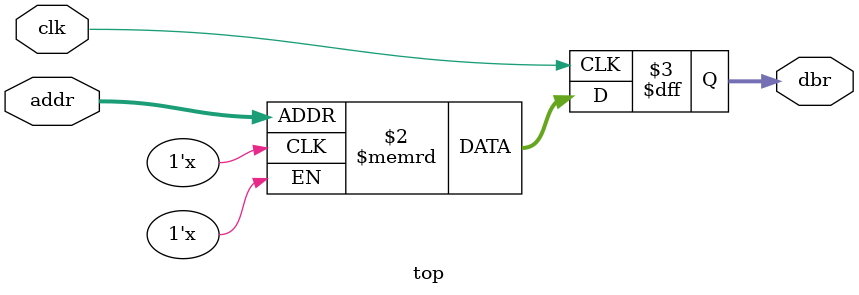
<source format=v>
module top(
    output reg [7:0] dbr,   // Data bus READ
    input  [7:0] addr,  // Address bus - eight bits
    input  clk          // Clock
    );

    reg [7:0] rom_data[0:255];

    always @(posedge clk)
        dbr <= rom_data[addr];

endmodule

</source>
